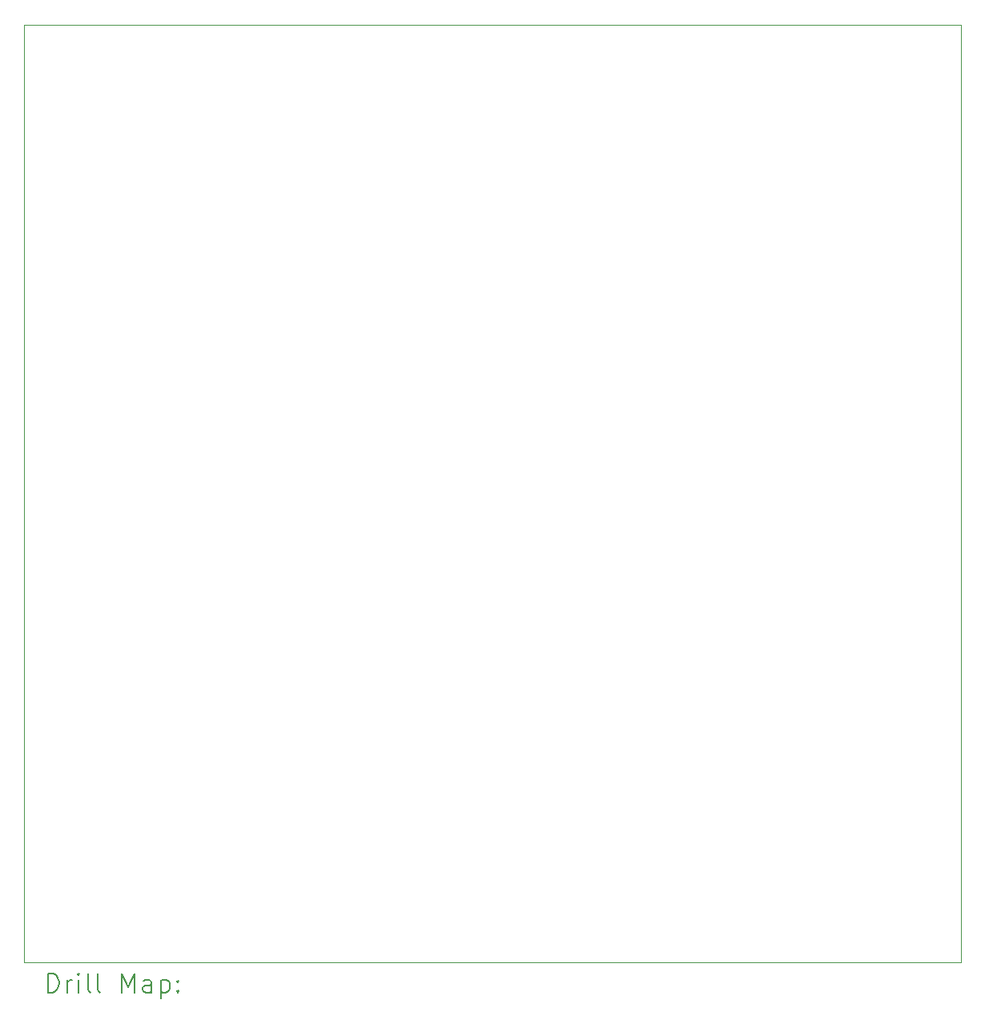
<source format=gbr>
%TF.GenerationSoftware,KiCad,Pcbnew,7.0.7*%
%TF.CreationDate,2024-01-08T08:14:44+08:00*%
%TF.ProjectId,IIDX_Cap_Controller,49494458-5f43-4617-905f-436f6e74726f,rev?*%
%TF.SameCoordinates,Original*%
%TF.FileFunction,Drillmap*%
%TF.FilePolarity,Positive*%
%FSLAX45Y45*%
G04 Gerber Fmt 4.5, Leading zero omitted, Abs format (unit mm)*
G04 Created by KiCad (PCBNEW 7.0.7) date 2024-01-08 08:14:44*
%MOMM*%
%LPD*%
G01*
G04 APERTURE LIST*
%ADD10C,0.100000*%
%ADD11C,0.200000*%
G04 APERTURE END LIST*
D10*
X9730003Y-3177291D02*
X19636003Y-3177291D01*
X19636003Y-13083291D01*
X9730003Y-13083291D01*
X9730003Y-3177291D01*
D11*
X9985779Y-13399775D02*
X9985779Y-13199775D01*
X9985779Y-13199775D02*
X10033398Y-13199775D01*
X10033398Y-13199775D02*
X10061970Y-13209299D01*
X10061970Y-13209299D02*
X10081018Y-13228346D01*
X10081018Y-13228346D02*
X10090541Y-13247394D01*
X10090541Y-13247394D02*
X10100065Y-13285489D01*
X10100065Y-13285489D02*
X10100065Y-13314061D01*
X10100065Y-13314061D02*
X10090541Y-13352156D01*
X10090541Y-13352156D02*
X10081018Y-13371204D01*
X10081018Y-13371204D02*
X10061970Y-13390251D01*
X10061970Y-13390251D02*
X10033398Y-13399775D01*
X10033398Y-13399775D02*
X9985779Y-13399775D01*
X10185779Y-13399775D02*
X10185779Y-13266442D01*
X10185779Y-13304537D02*
X10195303Y-13285489D01*
X10195303Y-13285489D02*
X10204827Y-13275965D01*
X10204827Y-13275965D02*
X10223875Y-13266442D01*
X10223875Y-13266442D02*
X10242922Y-13266442D01*
X10309589Y-13399775D02*
X10309589Y-13266442D01*
X10309589Y-13199775D02*
X10300065Y-13209299D01*
X10300065Y-13209299D02*
X10309589Y-13218823D01*
X10309589Y-13218823D02*
X10319113Y-13209299D01*
X10319113Y-13209299D02*
X10309589Y-13199775D01*
X10309589Y-13199775D02*
X10309589Y-13218823D01*
X10433398Y-13399775D02*
X10414351Y-13390251D01*
X10414351Y-13390251D02*
X10404827Y-13371204D01*
X10404827Y-13371204D02*
X10404827Y-13199775D01*
X10538160Y-13399775D02*
X10519113Y-13390251D01*
X10519113Y-13390251D02*
X10509589Y-13371204D01*
X10509589Y-13371204D02*
X10509589Y-13199775D01*
X10766732Y-13399775D02*
X10766732Y-13199775D01*
X10766732Y-13199775D02*
X10833399Y-13342632D01*
X10833399Y-13342632D02*
X10900065Y-13199775D01*
X10900065Y-13199775D02*
X10900065Y-13399775D01*
X11081018Y-13399775D02*
X11081018Y-13295013D01*
X11081018Y-13295013D02*
X11071494Y-13275965D01*
X11071494Y-13275965D02*
X11052446Y-13266442D01*
X11052446Y-13266442D02*
X11014351Y-13266442D01*
X11014351Y-13266442D02*
X10995303Y-13275965D01*
X11081018Y-13390251D02*
X11061970Y-13399775D01*
X11061970Y-13399775D02*
X11014351Y-13399775D01*
X11014351Y-13399775D02*
X10995303Y-13390251D01*
X10995303Y-13390251D02*
X10985779Y-13371204D01*
X10985779Y-13371204D02*
X10985779Y-13352156D01*
X10985779Y-13352156D02*
X10995303Y-13333108D01*
X10995303Y-13333108D02*
X11014351Y-13323585D01*
X11014351Y-13323585D02*
X11061970Y-13323585D01*
X11061970Y-13323585D02*
X11081018Y-13314061D01*
X11176256Y-13266442D02*
X11176256Y-13466442D01*
X11176256Y-13275965D02*
X11195303Y-13266442D01*
X11195303Y-13266442D02*
X11233398Y-13266442D01*
X11233398Y-13266442D02*
X11252446Y-13275965D01*
X11252446Y-13275965D02*
X11261970Y-13285489D01*
X11261970Y-13285489D02*
X11271494Y-13304537D01*
X11271494Y-13304537D02*
X11271494Y-13361680D01*
X11271494Y-13361680D02*
X11261970Y-13380727D01*
X11261970Y-13380727D02*
X11252446Y-13390251D01*
X11252446Y-13390251D02*
X11233398Y-13399775D01*
X11233398Y-13399775D02*
X11195303Y-13399775D01*
X11195303Y-13399775D02*
X11176256Y-13390251D01*
X11357208Y-13380727D02*
X11366732Y-13390251D01*
X11366732Y-13390251D02*
X11357208Y-13399775D01*
X11357208Y-13399775D02*
X11347684Y-13390251D01*
X11347684Y-13390251D02*
X11357208Y-13380727D01*
X11357208Y-13380727D02*
X11357208Y-13399775D01*
X11357208Y-13275965D02*
X11366732Y-13285489D01*
X11366732Y-13285489D02*
X11357208Y-13295013D01*
X11357208Y-13295013D02*
X11347684Y-13285489D01*
X11347684Y-13285489D02*
X11357208Y-13275965D01*
X11357208Y-13275965D02*
X11357208Y-13295013D01*
M02*

</source>
